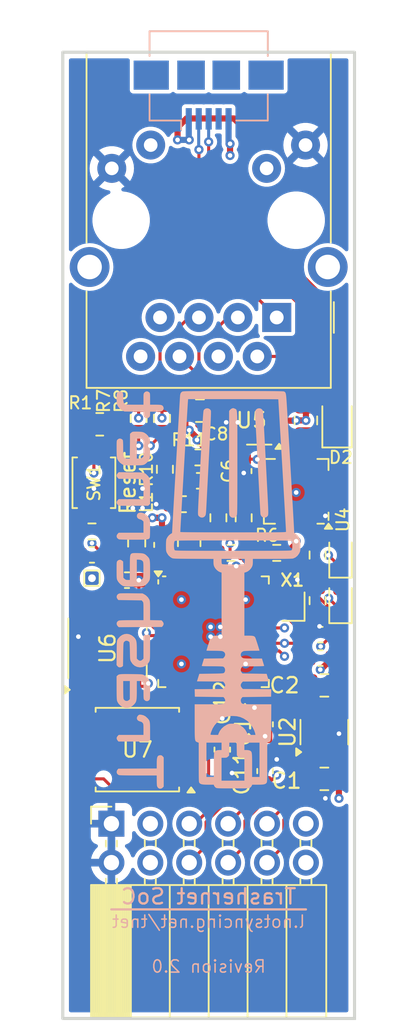
<source format=kicad_pcb>
(kicad_pcb
	(version 20240108)
	(generator "pcbnew")
	(generator_version "8.0")
	(general
		(thickness 1.6)
		(legacy_teardrops no)
	)
	(paper "A4")
	(title_block
		(comment 4 "AISLER Project ID: RAKIZQUS")
	)
	(layers
		(0 "F.Cu" signal)
		(1 "In1.Cu" signal)
		(2 "In2.Cu" signal)
		(31 "B.Cu" signal)
		(32 "B.Adhes" user "B.Adhesive")
		(33 "F.Adhes" user "F.Adhesive")
		(34 "B.Paste" user)
		(35 "F.Paste" user)
		(36 "B.SilkS" user "B.Silkscreen")
		(37 "F.SilkS" user "F.Silkscreen")
		(38 "B.Mask" user)
		(39 "F.Mask" user)
		(40 "Dwgs.User" user "User.Drawings")
		(41 "Cmts.User" user "User.Comments")
		(42 "Eco1.User" user "User.Eco1")
		(43 "Eco2.User" user "User.Eco2")
		(44 "Edge.Cuts" user)
		(45 "Margin" user)
		(46 "B.CrtYd" user "B.Courtyard")
		(47 "F.CrtYd" user "F.Courtyard")
		(48 "B.Fab" user)
		(49 "F.Fab" user)
		(50 "User.1" user)
		(51 "User.2" user)
		(52 "User.3" user)
		(53 "User.4" user)
		(54 "User.5" user)
		(55 "User.6" user)
		(56 "User.7" user)
		(57 "User.8" user)
		(58 "User.9" user)
	)
	(setup
		(stackup
			(layer "F.SilkS"
				(type "Top Silk Screen")
			)
			(layer "F.Paste"
				(type "Top Solder Paste")
			)
			(layer "F.Mask"
				(type "Top Solder Mask")
				(thickness 0.01)
			)
			(layer "F.Cu"
				(type "copper")
				(thickness 0.035)
			)
			(layer "dielectric 1"
				(type "prepreg")
				(thickness 0.1)
				(material "FR4")
				(epsilon_r 4.5)
				(loss_tangent 0.02)
			)
			(layer "In1.Cu"
				(type "copper")
				(thickness 0.035)
			)
			(layer "dielectric 2"
				(type "core")
				(thickness 1.24)
				(material "FR4")
				(epsilon_r 4.5)
				(loss_tangent 0.02)
			)
			(layer "In2.Cu"
				(type "copper")
				(thickness 0.035)
			)
			(layer "dielectric 3"
				(type "prepreg")
				(thickness 0.1)
				(material "FR4")
				(epsilon_r 4.5)
				(loss_tangent 0.02)
			)
			(layer "B.Cu"
				(type "copper")
				(thickness 0.035)
			)
			(layer "B.Mask"
				(type "Bottom Solder Mask")
				(thickness 0.01)
			)
			(layer "B.Paste"
				(type "Bottom Solder Paste")
			)
			(layer "B.SilkS"
				(type "Bottom Silk Screen")
			)
			(copper_finish "None")
			(dielectric_constraints no)
		)
		(pad_to_mask_clearance 0)
		(allow_soldermask_bridges_in_footprints no)
		(pcbplotparams
			(layerselection 0x00010fc_ffffffff)
			(plot_on_all_layers_selection 0x0000000_00000000)
			(disableapertmacros no)
			(usegerberextensions no)
			(usegerberattributes yes)
			(usegerberadvancedattributes yes)
			(creategerberjobfile yes)
			(dashed_line_dash_ratio 12.000000)
			(dashed_line_gap_ratio 3.000000)
			(svgprecision 4)
			(plotframeref no)
			(viasonmask no)
			(mode 1)
			(useauxorigin no)
			(hpglpennumber 1)
			(hpglpenspeed 20)
			(hpglpendiameter 15.000000)
			(pdf_front_fp_property_popups yes)
			(pdf_back_fp_property_popups yes)
			(dxfpolygonmode yes)
			(dxfimperialunits yes)
			(dxfusepcbnewfont yes)
			(psnegative no)
			(psa4output no)
			(plotreference yes)
			(plotvalue yes)
			(plotfptext yes)
			(plotinvisibletext no)
			(sketchpadsonfab no)
			(subtractmaskfromsilk no)
			(outputformat 1)
			(mirror no)
			(drillshape 1)
			(scaleselection 1)
			(outputdirectory "")
		)
	)
	(net 0 "")
	(net 1 "+1V2")
	(net 2 "unconnected-(U1A-IOT_43a-Pad32)")
	(net 3 "GND")
	(net 4 "unconnected-(U1A-RGB0-Pad39)")
	(net 5 "+5V")
	(net 6 "unconnected-(U2-NC-Pad4)")
	(net 7 "+3V3")
	(net 8 "unconnected-(U5-NC-Pad4)")
	(net 9 "/CF_IO2")
	(net 10 "/CF_DO")
	(net 11 "/~{CF_CS}")
	(net 12 "/CDONE")
	(net 13 "/CF_DI")
	(net 14 "/CF_CLK")
	(net 15 "/CF_IO3")
	(net 16 "/~{CRESET}")
	(net 17 "/RAM_IO0")
	(net 18 "/RAM_IO1")
	(net 19 "/RAM_IO2")
	(net 20 "/RAM_IO3")
	(net 21 "/RAM_SCK")
	(net 22 "/~{RAM_CS}")
	(net 23 "/RX+")
	(net 24 "/VREF")
	(net 25 "unconnected-(J2-NC-PadR7)")
	(net 26 "/LV_TX-")
	(net 27 "unconnected-(J2-TCT-PadR4)")
	(net 28 "/RX-")
	(net 29 "unconnected-(J2-PadR8)")
	(net 30 "unconnected-(J2-PadSH)")
	(net 31 "/ETH_LED0")
	(net 32 "/LV_RX+")
	(net 33 "/LV_RX-")
	(net 34 "/LV_TX+")
	(net 35 "/ETH_LED1")
	(net 36 "unconnected-(U1A-IOT_49a-Pad43)")
	(net 37 "Net-(D1-A)")
	(net 38 "unconnected-(J2-PadSH)_0")
	(net 39 "/PMOD5")
	(net 40 "/PMOD3")
	(net 41 "/PMOD4")
	(net 42 "/PMOD2")
	(net 43 "/PMOD0")
	(net 44 "/PMOD1")
	(net 45 "/PMOD6")
	(net 46 "/PMOD7")
	(net 47 "/TX-")
	(net 48 "unconnected-(X1-Tri-State-Pad1)")
	(net 49 "/USB/USB_D+")
	(net 50 "unconnected-(J3-Shield-Pad6)")
	(net 51 "unconnected-(J3-ID-Pad4)")
	(net 52 "unconnected-(J3-Shield-Pad6)_0")
	(net 53 "unconnected-(J3-Shield-Pad6)_1")
	(net 54 "unconnected-(J3-Shield-Pad6)_2")
	(net 55 "/USB/USB_D-")
	(net 56 "unconnected-(U4-~{RTS}-Pad16)")
	(net 57 "unconnected-(U4-CBUS3-Pad14)")
	(net 58 "unconnected-(U4-CBUS2-Pad5)")
	(net 59 "unconnected-(U4-~{CTS}-Pad4)")
	(net 60 "unconnected-(U4-CBUS1-Pad11)")
	(net 61 "unconnected-(U4-CBUS0-Pad12)")
	(net 62 "unconnected-(U4-3V3OUT-Pad8)")
	(net 63 "/SERIAL_PC_OUT")
	(net 64 "/CLK_50M")
	(net 65 "/SERIAL_PC_IN")
	(net 66 "Net-(J2-PadL3)")
	(net 67 "Net-(J2-PadL2)")
	(net 68 "/+3V3P")
	(net 69 "Net-(D3-A)")
	(net 70 "Net-(U1A-IOT_44b)")
	(net 71 "VBUS")
	(footprint "Inductor_SMD:L_0805_2012Metric" (layer "F.Cu") (at 136.906 94.5685 -90))
	(footprint "Capacitor_SMD:C_0603_1608Metric" (layer "F.Cu") (at 145.288 109.601 -90))
	(footprint "Capacitor_SMD:C_0603_1608Metric" (layer "F.Cu") (at 143.891 90.043 90))
	(footprint "Resistor_SMD:R_0603_1608Metric" (layer "F.Cu") (at 143.066 95.377))
	(footprint "Capacitor_SMD:C_0603_1608Metric" (layer "F.Cu") (at 148.905 102.235))
	(footprint "LED_SMD:LED_0603_1608Metric" (layer "F.Cu") (at 150.2156 95.504 90))
	(footprint "Resistor_SMD:R_0603_1608Metric" (layer "F.Cu") (at 143.891 93.091 -90))
	(footprint "Package_TO_SOT_SMD:SOT-23-5" (layer "F.Cu") (at 149.159 107.061 90))
	(footprint "Capacitor_SMD:C_0805_2012Metric" (layer "F.Cu") (at 141.036 86.106 180))
	(footprint "Capacitor_SMD:C_0603_1608Metric" (layer "F.Cu") (at 148.905 100.711 180))
	(footprint "Resistor_SMD:R_0603_1608Metric" (layer "F.Cu") (at 137.033 86.614 -90))
	(footprint "Resistor_SMD:R_0603_1608Metric" (layer "F.Cu") (at 138.748 89.9282 90))
	(footprint "Resistor_SMD:R_0603_1608Metric" (layer "F.Cu") (at 148.717 95.5172 -90))
	(footprint "Connector_PinSocket_2.54mm:PinSocket_2x06_P2.54mm_Horizontal" (layer "F.Cu") (at 135.255 113.03 90))
	(footprint "Oscillator:Oscillator_SMD_Abracon_ASCO-4Pin_1.6x1.2mm" (layer "F.Cu") (at 147.066 98.806 180))
	(footprint "Resistor_SMD:R_0603_1608Metric" (layer "F.Cu") (at 140.97 89.154))
	(footprint "Capacitor_SMD:C_0805_2012Metric" (layer "F.Cu") (at 149.159 104.013))
	(footprint "Capacitor_SMD:C_0603_1608Metric" (layer "F.Cu") (at 136.271 97.155 180))
	(footprint "Connector_RJ:RJ45_Amphenol_RJMG1BD3B8K1ANR" (layer "F.Cu") (at 146.05 80.03 180))
	(footprint "Package_SO:SOIC-8_5.23x5.23mm_P1.27mm" (layer "F.Cu") (at 136.95 108.204 180))
	(footprint "Resistor_SMD:R_0603_1608Metric" (layer "F.Cu") (at 146.05 95.377))
	(footprint "trashernet_soc:TestPoint_Pad_0.5x0.5mm" (layer "F.Cu") (at 133.985 97.028))
	(footprint "Package_DFN_QFN:QFN-48-1EP_7x7mm_P0.5mm_EP5.6x5.6mm" (layer "F.Cu") (at 141.924 100.519))
	(footprint "Diode_SMD:D_0805_2012Metric" (layer "F.Cu") (at 149.987 86.8195 90))
	(footprint "Resistor_SMD:R_0603_1608Metric" (layer "F.Cu") (at 133.985 93.98))
	(footprint "Resistor_SMD:R_0603_1608Metric" (layer "F.Cu") (at 148.717 98.489 -90))
	(footprint "Resistor_SMD:R_0603_1608Metric" (layer "F.Cu") (at 142.24 93.091 -90))
	(footprint "Capacitor_SMD:C_0603_1608Metric" (layer "F.Cu") (at 133.985 95.504 180))
	(footprint "Capacitor_SMD:C_0805_2012Metric" (layer "F.Cu") (at 149.159 110.109))
	(footprint "Package_DFN_QFN:QFN-16-1EP_4x4mm_P0.65mm_EP2.1x2.1mm" (layer "F.Cu") (at 147.32 91.3638 180))
	(footprint "Button_Switch_SMD:SW_SPST_B3U-1000P" (layer "F.Cu") (at 134.112 90.805 90))
	(footprint "Resistor_SMD:R_0603_1608Metric" (layer "F.Cu") (at 138.557 86.614 -90))
	(footprint "Capacitor_SMD:C_0603_1608Metric" (layer "F.Cu") (at 142.494 108.204 -90))
	(footprint "Capacitor_SMD:C_0603_1608Metric"
		(layer "F.Cu")
		(uuid "ae46bedf-d74e-4dc0-ae4b-ae82faf7a8a6")
		(at 145.288 106.553 90)
		(descr "Capacitor SMD 0603 (1608 Metric), square (rectangular) end terminal, IPC_7351 nominal, (Body size source: IPC-SM-782 page 76, https://www.pcb-3d.com/wordpress/wp-content/uploads/ipc-sm-782a_amendment_1_and_2.pdf), generated with kicad-footprint-generator")
		(tags "capacitor")
		(property "Reference" "C14"
			(at 0 -1.43 -90)
			(layer "F.SilkS")
			(uuid "82e11f54-0c25-495d-a7ef-d1acd073f5e0")
			(effects
				(font
					(size 1 1)
					(thickness 0.15)
				)
			)
		)
		(property "Value" "100n"
			(at 0 1.43 -90)
			(layer "F.Fab")
			(uuid "bcd86457-1331-4476-822e-cb97b862fb11")
			(effects
				(font
					(size 1 1)
					(thickness 0.15)
				)
			)
		)
		(property "Footprint" "Capacitor_SMD:C_0603_1608Metric"
			(at 0 0 90)
			(unlocked yes)
			(layer "F.Fab")
			(hide yes)
			(uuid "6c7b152e-f5a7-4a6b-9e65-65afc7e883df")
			(effects
				(font
					(size 1.27 1.27)
					(thickness 0.15)
				)
			)
		)
		(property "Datasheet" ""
			(at 0 0 90)
			(unlocked yes)
			(layer "F.Fab")
			(hide yes)
			(uuid "2371a14b-6dd4-4537-ab9a-7d7c0b252131")
			(effects
				(font
					(size 1.27 1.27)
					(thickness 0.15)
				)
			)
		)
		(property "Description" "Unpolarized capacitor"
			(at 0 0 90)
			(unlocked yes)
			(layer "F.Fab")
			(hide yes)
			(uuid "2815f7cb-8b97-4585-bda3-00f1e4fcc931")
			(effects
				(font
					(size 1.27 1.27)
					(thickness 0.15)
				)
			)
		)
		(property ki_fp_filters "C_*")
		(path "/3da6dc98-a416-4d55-b654-cf739b9a4cd3")
		(sheetname "Root")
		(sheetfile "trashernet_soc.kicad_sch")
		(attr smd)
		(fp_line
			(start -0.14058 -0.51)
			(end 0.14058 -0.51)
			(stroke
				(width 0.12)
				(type solid)
			)
			(layer "F.SilkS")
			(uuid "8373b0ea-3508-4ac2-bbda-8fe6bcf3d500")
		)
		(fp_line
			(start -0.14058 0.51)
			(end 0.14058 0.51)
			(stroke
				(width 0.12)
				(type solid)
			)
			(layer "F.SilkS")
			(uuid "33e3e1ab-d1f5-40fe-ab94-8d34cd9be897")
		)
		(fp_line
			(start 1.48 -0.73)
			(end 1.48 0.73)
			(stroke
				(width 0.05)
				(type solid)
			)
			(layer "F.CrtYd")
			(uuid "b012e2c4-7226-4e6b-a710
... [442946 chars truncated]
</source>
